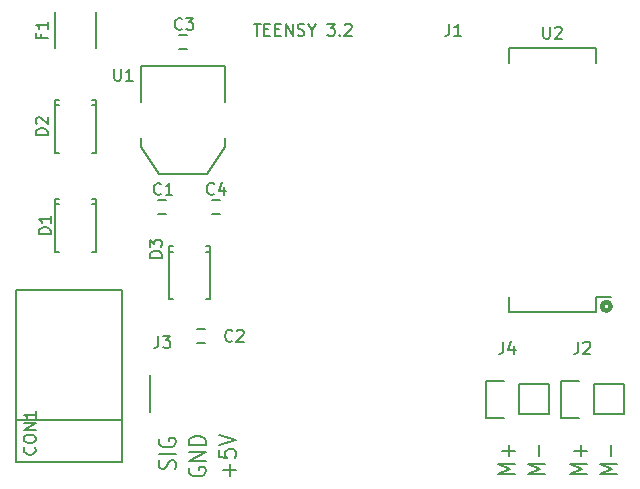
<source format=gto>
G04 #@! TF.FileFunction,Legend,Top*
%FSLAX46Y46*%
G04 Gerber Fmt 4.6, Leading zero omitted, Abs format (unit mm)*
G04 Created by KiCad (PCBNEW 4.0.2-stable) date 8/12/2016 8:24:09 AM*
%MOMM*%
G01*
G04 APERTURE LIST*
%ADD10C,0.100000*%
%ADD11C,0.177800*%
%ADD12C,0.150000*%
%ADD13C,0.400000*%
G04 APERTURE END LIST*
D10*
D11*
X216769143Y-96628857D02*
X216769143Y-95661238D01*
X217340571Y-96145048D02*
X216197714Y-96145048D01*
X215840571Y-94451714D02*
X215840571Y-95056476D01*
X216554857Y-95116952D01*
X216483429Y-95056476D01*
X216412000Y-94935524D01*
X216412000Y-94633143D01*
X216483429Y-94512190D01*
X216554857Y-94451714D01*
X216697714Y-94391238D01*
X217054857Y-94391238D01*
X217197714Y-94451714D01*
X217269143Y-94512190D01*
X217340571Y-94633143D01*
X217340571Y-94935524D01*
X217269143Y-95056476D01*
X217197714Y-95116952D01*
X215840571Y-94028381D02*
X217340571Y-93605047D01*
X215840571Y-93181714D01*
X213372000Y-95963619D02*
X213300571Y-96084571D01*
X213300571Y-96266000D01*
X213372000Y-96447428D01*
X213514857Y-96568381D01*
X213657714Y-96628857D01*
X213943429Y-96689333D01*
X214157714Y-96689333D01*
X214443429Y-96628857D01*
X214586286Y-96568381D01*
X214729143Y-96447428D01*
X214800571Y-96266000D01*
X214800571Y-96145048D01*
X214729143Y-95963619D01*
X214657714Y-95903143D01*
X214157714Y-95903143D01*
X214157714Y-96145048D01*
X214800571Y-95358857D02*
X213300571Y-95358857D01*
X214800571Y-94633143D01*
X213300571Y-94633143D01*
X214800571Y-94028381D02*
X213300571Y-94028381D01*
X213300571Y-93726000D01*
X213372000Y-93544572D01*
X213514857Y-93423619D01*
X213657714Y-93363143D01*
X213943429Y-93302667D01*
X214157714Y-93302667D01*
X214443429Y-93363143D01*
X214586286Y-93423619D01*
X214729143Y-93544572D01*
X214800571Y-93726000D01*
X214800571Y-94028381D01*
X212189143Y-96042238D02*
X212260571Y-95860810D01*
X212260571Y-95558429D01*
X212189143Y-95437476D01*
X212117714Y-95377000D01*
X211974857Y-95316524D01*
X211832000Y-95316524D01*
X211689143Y-95377000D01*
X211617714Y-95437476D01*
X211546286Y-95558429D01*
X211474857Y-95800333D01*
X211403429Y-95921286D01*
X211332000Y-95981762D01*
X211189143Y-96042238D01*
X211046286Y-96042238D01*
X210903429Y-95981762D01*
X210832000Y-95921286D01*
X210760571Y-95800333D01*
X210760571Y-95497953D01*
X210832000Y-95316524D01*
X212260571Y-94772238D02*
X210760571Y-94772238D01*
X210832000Y-93502238D02*
X210760571Y-93623190D01*
X210760571Y-93804619D01*
X210832000Y-93986047D01*
X210974857Y-94107000D01*
X211117714Y-94167476D01*
X211403429Y-94227952D01*
X211617714Y-94227952D01*
X211903429Y-94167476D01*
X212046286Y-94107000D01*
X212189143Y-93986047D01*
X212260571Y-93804619D01*
X212260571Y-93683667D01*
X212189143Y-93502238D01*
X212117714Y-93441762D01*
X211617714Y-93441762D01*
X211617714Y-93683667D01*
X249598571Y-96459524D02*
X248098571Y-96459524D01*
X249170000Y-96036191D01*
X248098571Y-95612857D01*
X249598571Y-95612857D01*
X249027143Y-95008095D02*
X249027143Y-94040476D01*
X247058571Y-96459524D02*
X245558571Y-96459524D01*
X246630000Y-96036191D01*
X245558571Y-95612857D01*
X247058571Y-95612857D01*
X246487143Y-95008095D02*
X246487143Y-94040476D01*
X247058571Y-94524286D02*
X245915714Y-94524286D01*
X243502571Y-96459524D02*
X242002571Y-96459524D01*
X243074000Y-96036191D01*
X242002571Y-95612857D01*
X243502571Y-95612857D01*
X242931143Y-95008095D02*
X242931143Y-94040476D01*
X240962571Y-96459524D02*
X239462571Y-96459524D01*
X240534000Y-96036191D01*
X239462571Y-95612857D01*
X240962571Y-95612857D01*
X240391143Y-95008095D02*
X240391143Y-94040476D01*
X240962571Y-94524286D02*
X239819714Y-94524286D01*
D12*
X247769000Y-82813000D02*
X247769000Y-81543000D01*
X240419000Y-82813000D02*
X240419000Y-81543000D01*
X240419000Y-60443000D02*
X240419000Y-61713000D01*
X247769000Y-60443000D02*
X247769000Y-61713000D01*
X247769000Y-82813000D02*
X240419000Y-82813000D01*
X247769000Y-60443000D02*
X240419000Y-60443000D01*
X247769000Y-81543000D02*
X249054000Y-81543000D01*
X247769000Y-60443000D02*
X240419000Y-60443000D01*
D13*
X249025210Y-82296000D02*
G75*
G03X249025210Y-82296000I-359210J0D01*
G01*
D12*
X247650000Y-88900000D02*
X250190000Y-88900000D01*
X244830000Y-88620000D02*
X246380000Y-88620000D01*
X247650000Y-88900000D02*
X247650000Y-91440000D01*
X246380000Y-91720000D02*
X244830000Y-91720000D01*
X244830000Y-91720000D02*
X244830000Y-88620000D01*
X247650000Y-91440000D02*
X250190000Y-91440000D01*
X250190000Y-91440000D02*
X250190000Y-88900000D01*
X210032000Y-91212000D02*
X210032000Y-88112000D01*
X241300000Y-88900000D02*
X243840000Y-88900000D01*
X238480000Y-88620000D02*
X240030000Y-88620000D01*
X241300000Y-88900000D02*
X241300000Y-91440000D01*
X240030000Y-91720000D02*
X238480000Y-91720000D01*
X238480000Y-91720000D02*
X238480000Y-88620000D01*
X241300000Y-91440000D02*
X243840000Y-91440000D01*
X243840000Y-91440000D02*
X243840000Y-88900000D01*
X210712000Y-73314000D02*
X211412000Y-73314000D01*
X211412000Y-74514000D02*
X210712000Y-74514000D01*
X214014000Y-84236000D02*
X214714000Y-84236000D01*
X214714000Y-85436000D02*
X214014000Y-85436000D01*
X212502000Y-59344000D02*
X213202000Y-59344000D01*
X213202000Y-60544000D02*
X212502000Y-60544000D01*
X215984000Y-74514000D02*
X215284000Y-74514000D01*
X215284000Y-73314000D02*
X215984000Y-73314000D01*
X198699120Y-91937840D02*
X207700880Y-91937840D01*
X198699120Y-95437960D02*
X207700880Y-95437960D01*
X207700880Y-95437960D02*
X207700880Y-80937100D01*
X207700880Y-80937100D02*
X198699120Y-80937100D01*
X198699120Y-80937100D02*
X198699120Y-95437960D01*
X201957940Y-73638860D02*
X202308460Y-73638860D01*
X205458060Y-73638860D02*
X205107540Y-73638860D01*
X201957940Y-77688440D02*
X202308460Y-77688440D01*
X201957940Y-73187560D02*
X202308460Y-73187560D01*
X205458060Y-73187560D02*
X205107540Y-73187560D01*
X205458060Y-77688440D02*
X205107540Y-77688440D01*
X201957940Y-73187560D02*
X201957940Y-77688440D01*
X205458060Y-73187560D02*
X205458060Y-77688440D01*
X201957940Y-65256860D02*
X202308460Y-65256860D01*
X205458060Y-65256860D02*
X205107540Y-65256860D01*
X201957940Y-69306440D02*
X202308460Y-69306440D01*
X201957940Y-64805560D02*
X202308460Y-64805560D01*
X205458060Y-64805560D02*
X205107540Y-64805560D01*
X205458060Y-69306440D02*
X205107540Y-69306440D01*
X201957940Y-64805560D02*
X201957940Y-69306440D01*
X205458060Y-64805560D02*
X205458060Y-69306440D01*
X211609940Y-77669840D02*
X211960460Y-77669840D01*
X215110060Y-77669840D02*
X214759540Y-77669840D01*
X211609940Y-81719420D02*
X211960460Y-81719420D01*
X211609940Y-77218540D02*
X211960460Y-77218540D01*
X215110060Y-77218540D02*
X214759540Y-77218540D01*
X215110060Y-81719420D02*
X214759540Y-81719420D01*
X211609940Y-77218540D02*
X211609940Y-81719420D01*
X215110060Y-77218540D02*
X215110060Y-81719420D01*
X201983000Y-57418000D02*
X201983000Y-60466000D01*
X205433000Y-60466000D02*
X205433000Y-57418000D01*
X216408000Y-65024000D02*
X216408000Y-61976000D01*
X216408000Y-61976000D02*
X209296000Y-61976000D01*
X209296000Y-61976000D02*
X209296000Y-65024000D01*
X216408000Y-68072000D02*
X216408000Y-68834000D01*
X216408000Y-68834000D02*
X214884000Y-71120000D01*
X214884000Y-71120000D02*
X210820000Y-71120000D01*
X210820000Y-71120000D02*
X209296000Y-68834000D01*
X209296000Y-68834000D02*
X209296000Y-68072000D01*
X243332095Y-58634381D02*
X243332095Y-59443905D01*
X243379714Y-59539143D01*
X243427333Y-59586762D01*
X243522571Y-59634381D01*
X243713048Y-59634381D01*
X243808286Y-59586762D01*
X243855905Y-59539143D01*
X243903524Y-59443905D01*
X243903524Y-58634381D01*
X244332095Y-58729619D02*
X244379714Y-58682000D01*
X244474952Y-58634381D01*
X244713048Y-58634381D01*
X244808286Y-58682000D01*
X244855905Y-58729619D01*
X244903524Y-58824857D01*
X244903524Y-58920095D01*
X244855905Y-59062952D01*
X244284476Y-59634381D01*
X244903524Y-59634381D01*
X235378667Y-58380381D02*
X235378667Y-59094667D01*
X235331047Y-59237524D01*
X235235809Y-59332762D01*
X235092952Y-59380381D01*
X234997714Y-59380381D01*
X236378667Y-59380381D02*
X235807238Y-59380381D01*
X236092952Y-59380381D02*
X236092952Y-58380381D01*
X235997714Y-58523238D01*
X235902476Y-58618476D01*
X235807238Y-58666095D01*
X218821524Y-58380381D02*
X219392953Y-58380381D01*
X219107238Y-59380381D02*
X219107238Y-58380381D01*
X219726286Y-58856571D02*
X220059620Y-58856571D01*
X220202477Y-59380381D02*
X219726286Y-59380381D01*
X219726286Y-58380381D01*
X220202477Y-58380381D01*
X220631048Y-58856571D02*
X220964382Y-58856571D01*
X221107239Y-59380381D02*
X220631048Y-59380381D01*
X220631048Y-58380381D01*
X221107239Y-58380381D01*
X221535810Y-59380381D02*
X221535810Y-58380381D01*
X222107239Y-59380381D01*
X222107239Y-58380381D01*
X222535810Y-59332762D02*
X222678667Y-59380381D01*
X222916763Y-59380381D01*
X223012001Y-59332762D01*
X223059620Y-59285143D01*
X223107239Y-59189905D01*
X223107239Y-59094667D01*
X223059620Y-58999429D01*
X223012001Y-58951810D01*
X222916763Y-58904190D01*
X222726286Y-58856571D01*
X222631048Y-58808952D01*
X222583429Y-58761333D01*
X222535810Y-58666095D01*
X222535810Y-58570857D01*
X222583429Y-58475619D01*
X222631048Y-58428000D01*
X222726286Y-58380381D01*
X222964382Y-58380381D01*
X223107239Y-58428000D01*
X223726286Y-58904190D02*
X223726286Y-59380381D01*
X223392953Y-58380381D02*
X223726286Y-58904190D01*
X224059620Y-58380381D01*
X225059620Y-58380381D02*
X225678668Y-58380381D01*
X225345334Y-58761333D01*
X225488192Y-58761333D01*
X225583430Y-58808952D01*
X225631049Y-58856571D01*
X225678668Y-58951810D01*
X225678668Y-59189905D01*
X225631049Y-59285143D01*
X225583430Y-59332762D01*
X225488192Y-59380381D01*
X225202477Y-59380381D01*
X225107239Y-59332762D01*
X225059620Y-59285143D01*
X226107239Y-59285143D02*
X226154858Y-59332762D01*
X226107239Y-59380381D01*
X226059620Y-59332762D01*
X226107239Y-59285143D01*
X226107239Y-59380381D01*
X226535810Y-58475619D02*
X226583429Y-58428000D01*
X226678667Y-58380381D01*
X226916763Y-58380381D01*
X227012001Y-58428000D01*
X227059620Y-58475619D01*
X227107239Y-58570857D01*
X227107239Y-58666095D01*
X227059620Y-58808952D01*
X226488191Y-59380381D01*
X227107239Y-59380381D01*
X246300667Y-85304381D02*
X246300667Y-86018667D01*
X246253047Y-86161524D01*
X246157809Y-86256762D01*
X246014952Y-86304381D01*
X245919714Y-86304381D01*
X246729238Y-85399619D02*
X246776857Y-85352000D01*
X246872095Y-85304381D01*
X247110191Y-85304381D01*
X247205429Y-85352000D01*
X247253048Y-85399619D01*
X247300667Y-85494857D01*
X247300667Y-85590095D01*
X247253048Y-85732952D01*
X246681619Y-86304381D01*
X247300667Y-86304381D01*
X210740667Y-84796381D02*
X210740667Y-85510667D01*
X210693047Y-85653524D01*
X210597809Y-85748762D01*
X210454952Y-85796381D01*
X210359714Y-85796381D01*
X211121619Y-84796381D02*
X211740667Y-84796381D01*
X211407333Y-85177333D01*
X211550191Y-85177333D01*
X211645429Y-85224952D01*
X211693048Y-85272571D01*
X211740667Y-85367810D01*
X211740667Y-85605905D01*
X211693048Y-85701143D01*
X211645429Y-85748762D01*
X211550191Y-85796381D01*
X211264476Y-85796381D01*
X211169238Y-85748762D01*
X211121619Y-85701143D01*
X239950667Y-85304381D02*
X239950667Y-86018667D01*
X239903047Y-86161524D01*
X239807809Y-86256762D01*
X239664952Y-86304381D01*
X239569714Y-86304381D01*
X240855429Y-85637714D02*
X240855429Y-86304381D01*
X240617333Y-85256762D02*
X240379238Y-85971048D01*
X240998286Y-85971048D01*
X210965334Y-72761143D02*
X210917715Y-72808762D01*
X210774858Y-72856381D01*
X210679620Y-72856381D01*
X210536762Y-72808762D01*
X210441524Y-72713524D01*
X210393905Y-72618286D01*
X210346286Y-72427810D01*
X210346286Y-72284952D01*
X210393905Y-72094476D01*
X210441524Y-71999238D01*
X210536762Y-71904000D01*
X210679620Y-71856381D01*
X210774858Y-71856381D01*
X210917715Y-71904000D01*
X210965334Y-71951619D01*
X211917715Y-72856381D02*
X211346286Y-72856381D01*
X211632000Y-72856381D02*
X211632000Y-71856381D01*
X211536762Y-71999238D01*
X211441524Y-72094476D01*
X211346286Y-72142095D01*
X217003334Y-85193143D02*
X216955715Y-85240762D01*
X216812858Y-85288381D01*
X216717620Y-85288381D01*
X216574762Y-85240762D01*
X216479524Y-85145524D01*
X216431905Y-85050286D01*
X216384286Y-84859810D01*
X216384286Y-84716952D01*
X216431905Y-84526476D01*
X216479524Y-84431238D01*
X216574762Y-84336000D01*
X216717620Y-84288381D01*
X216812858Y-84288381D01*
X216955715Y-84336000D01*
X217003334Y-84383619D01*
X217384286Y-84383619D02*
X217431905Y-84336000D01*
X217527143Y-84288381D01*
X217765239Y-84288381D01*
X217860477Y-84336000D01*
X217908096Y-84383619D01*
X217955715Y-84478857D01*
X217955715Y-84574095D01*
X217908096Y-84716952D01*
X217336667Y-85288381D01*
X217955715Y-85288381D01*
X212755334Y-58791143D02*
X212707715Y-58838762D01*
X212564858Y-58886381D01*
X212469620Y-58886381D01*
X212326762Y-58838762D01*
X212231524Y-58743524D01*
X212183905Y-58648286D01*
X212136286Y-58457810D01*
X212136286Y-58314952D01*
X212183905Y-58124476D01*
X212231524Y-58029238D01*
X212326762Y-57934000D01*
X212469620Y-57886381D01*
X212564858Y-57886381D01*
X212707715Y-57934000D01*
X212755334Y-57981619D01*
X213088667Y-57886381D02*
X213707715Y-57886381D01*
X213374381Y-58267333D01*
X213517239Y-58267333D01*
X213612477Y-58314952D01*
X213660096Y-58362571D01*
X213707715Y-58457810D01*
X213707715Y-58695905D01*
X213660096Y-58791143D01*
X213612477Y-58838762D01*
X213517239Y-58886381D01*
X213231524Y-58886381D01*
X213136286Y-58838762D01*
X213088667Y-58791143D01*
X215467334Y-72747143D02*
X215419715Y-72794762D01*
X215276858Y-72842381D01*
X215181620Y-72842381D01*
X215038762Y-72794762D01*
X214943524Y-72699524D01*
X214895905Y-72604286D01*
X214848286Y-72413810D01*
X214848286Y-72270952D01*
X214895905Y-72080476D01*
X214943524Y-71985238D01*
X215038762Y-71890000D01*
X215181620Y-71842381D01*
X215276858Y-71842381D01*
X215419715Y-71890000D01*
X215467334Y-71937619D01*
X216324477Y-72175714D02*
X216324477Y-72842381D01*
X216086381Y-71794762D02*
X215848286Y-72509048D01*
X216467334Y-72509048D01*
X200255143Y-94231625D02*
X200302762Y-94279244D01*
X200350381Y-94422101D01*
X200350381Y-94517339D01*
X200302762Y-94660197D01*
X200207524Y-94755435D01*
X200112286Y-94803054D01*
X199921810Y-94850673D01*
X199778952Y-94850673D01*
X199588476Y-94803054D01*
X199493238Y-94755435D01*
X199398000Y-94660197D01*
X199350381Y-94517339D01*
X199350381Y-94422101D01*
X199398000Y-94279244D01*
X199445619Y-94231625D01*
X199350381Y-93612578D02*
X199350381Y-93422101D01*
X199398000Y-93326863D01*
X199493238Y-93231625D01*
X199683714Y-93184006D01*
X200017048Y-93184006D01*
X200207524Y-93231625D01*
X200302762Y-93326863D01*
X200350381Y-93422101D01*
X200350381Y-93612578D01*
X200302762Y-93707816D01*
X200207524Y-93803054D01*
X200017048Y-93850673D01*
X199683714Y-93850673D01*
X199493238Y-93803054D01*
X199398000Y-93707816D01*
X199350381Y-93612578D01*
X200350381Y-92755435D02*
X199350381Y-92755435D01*
X200350381Y-92184006D01*
X199350381Y-92184006D01*
X200350381Y-91184006D02*
X200350381Y-91755435D01*
X200350381Y-91469721D02*
X199350381Y-91469721D01*
X199493238Y-91564959D01*
X199588476Y-91660197D01*
X199636095Y-91755435D01*
X201620381Y-76176095D02*
X200620381Y-76176095D01*
X200620381Y-75938000D01*
X200668000Y-75795142D01*
X200763238Y-75699904D01*
X200858476Y-75652285D01*
X201048952Y-75604666D01*
X201191810Y-75604666D01*
X201382286Y-75652285D01*
X201477524Y-75699904D01*
X201572762Y-75795142D01*
X201620381Y-75938000D01*
X201620381Y-76176095D01*
X201620381Y-74652285D02*
X201620381Y-75223714D01*
X201620381Y-74938000D02*
X200620381Y-74938000D01*
X200763238Y-75033238D01*
X200858476Y-75128476D01*
X200906095Y-75223714D01*
X201366381Y-67794095D02*
X200366381Y-67794095D01*
X200366381Y-67556000D01*
X200414000Y-67413142D01*
X200509238Y-67317904D01*
X200604476Y-67270285D01*
X200794952Y-67222666D01*
X200937810Y-67222666D01*
X201128286Y-67270285D01*
X201223524Y-67317904D01*
X201318762Y-67413142D01*
X201366381Y-67556000D01*
X201366381Y-67794095D01*
X200461619Y-66841714D02*
X200414000Y-66794095D01*
X200366381Y-66698857D01*
X200366381Y-66460761D01*
X200414000Y-66365523D01*
X200461619Y-66317904D01*
X200556857Y-66270285D01*
X200652095Y-66270285D01*
X200794952Y-66317904D01*
X201366381Y-66889333D01*
X201366381Y-66270285D01*
X211018381Y-78175075D02*
X210018381Y-78175075D01*
X210018381Y-77936980D01*
X210066000Y-77794122D01*
X210161238Y-77698884D01*
X210256476Y-77651265D01*
X210446952Y-77603646D01*
X210589810Y-77603646D01*
X210780286Y-77651265D01*
X210875524Y-77698884D01*
X210970762Y-77794122D01*
X211018381Y-77936980D01*
X211018381Y-78175075D01*
X210018381Y-77270313D02*
X210018381Y-76651265D01*
X210399333Y-76984599D01*
X210399333Y-76841741D01*
X210446952Y-76746503D01*
X210494571Y-76698884D01*
X210589810Y-76651265D01*
X210827905Y-76651265D01*
X210923143Y-76698884D01*
X210970762Y-76746503D01*
X211018381Y-76841741D01*
X211018381Y-77127456D01*
X210970762Y-77222694D01*
X210923143Y-77270313D01*
X200842571Y-59261333D02*
X200842571Y-59594667D01*
X201366381Y-59594667D02*
X200366381Y-59594667D01*
X200366381Y-59118476D01*
X201366381Y-58213714D02*
X201366381Y-58785143D01*
X201366381Y-58499429D02*
X200366381Y-58499429D01*
X200509238Y-58594667D01*
X200604476Y-58689905D01*
X200652095Y-58785143D01*
X207010095Y-62190381D02*
X207010095Y-62999905D01*
X207057714Y-63095143D01*
X207105333Y-63142762D01*
X207200571Y-63190381D01*
X207391048Y-63190381D01*
X207486286Y-63142762D01*
X207533905Y-63095143D01*
X207581524Y-62999905D01*
X207581524Y-62190381D01*
X208581524Y-63190381D02*
X208010095Y-63190381D01*
X208295809Y-63190381D02*
X208295809Y-62190381D01*
X208200571Y-62333238D01*
X208105333Y-62428476D01*
X208010095Y-62476095D01*
M02*

</source>
